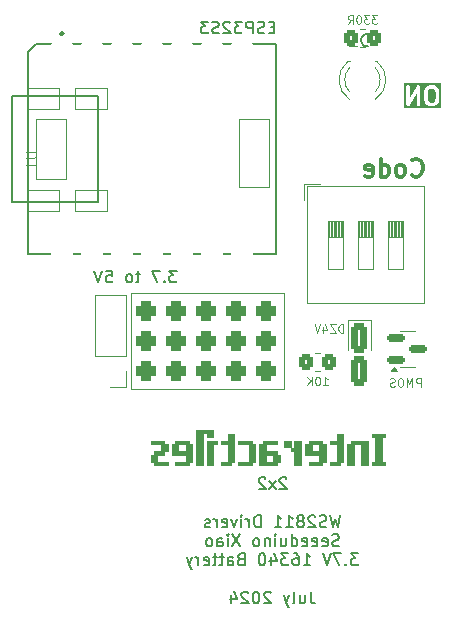
<source format=gbo>
G04 #@! TF.GenerationSoftware,KiCad,Pcbnew,8.0.1*
G04 #@! TF.CreationDate,2024-07-15T10:08:48+02:00*
G04 #@! TF.ProjectId,RGB 2x2 with WS2811,52474220-3278-4322-9077-697468205753,rev?*
G04 #@! TF.SameCoordinates,Original*
G04 #@! TF.FileFunction,Legend,Bot*
G04 #@! TF.FilePolarity,Positive*
%FSLAX46Y46*%
G04 Gerber Fmt 4.6, Leading zero omitted, Abs format (unit mm)*
G04 Created by KiCad (PCBNEW 8.0.1) date 2024-07-15 10:08:48*
%MOMM*%
%LPD*%
G01*
G04 APERTURE LIST*
G04 Aperture macros list*
%AMRoundRect*
0 Rectangle with rounded corners*
0 $1 Rounding radius*
0 $2 $3 $4 $5 $6 $7 $8 $9 X,Y pos of 4 corners*
0 Add a 4 corners polygon primitive as box body*
4,1,4,$2,$3,$4,$5,$6,$7,$8,$9,$2,$3,0*
0 Add four circle primitives for the rounded corners*
1,1,$1+$1,$2,$3*
1,1,$1+$1,$4,$5*
1,1,$1+$1,$6,$7*
1,1,$1+$1,$8,$9*
0 Add four rect primitives between the rounded corners*
20,1,$1+$1,$2,$3,$4,$5,0*
20,1,$1+$1,$4,$5,$6,$7,0*
20,1,$1+$1,$6,$7,$8,$9,0*
20,1,$1+$1,$8,$9,$2,$3,0*%
G04 Aperture macros list end*
%ADD10C,0.100000*%
%ADD11C,0.300000*%
%ADD12C,0.150000*%
%ADD13C,0.101600*%
%ADD14C,0.120000*%
%ADD15C,0.127000*%
%ADD16C,0.066040*%
%ADD17C,0.253999*%
%ADD18R,1.700000X1.700000*%
%ADD19O,1.700000X1.700000*%
%ADD20RoundRect,0.425000X0.425000X0.425000X-0.425000X0.425000X-0.425000X-0.425000X0.425000X-0.425000X0*%
%ADD21C,2.200000*%
%ADD22O,3.500000X2.200000*%
%ADD23O,2.500000X1.500000*%
%ADD24R,2.500000X1.500000*%
%ADD25C,1.800000*%
%ADD26C,3.500000*%
%ADD27C,2.600000*%
%ADD28RoundRect,0.150000X-0.587500X-0.150000X0.587500X-0.150000X0.587500X0.150000X-0.587500X0.150000X0*%
%ADD29O,1.998980X2.748280*%
%ADD30O,2.032000X1.016000*%
%ADD31C,1.143000*%
%ADD32RoundRect,0.250000X0.350000X0.450000X-0.350000X0.450000X-0.350000X-0.450000X0.350000X-0.450000X0*%
%ADD33R,1.600000X1.600000*%
%ADD34O,1.600000X1.600000*%
%ADD35RoundRect,0.304347X-0.395653X0.945653X-0.395653X-0.945653X0.395653X-0.945653X0.395653X0.945653X0*%
%ADD36R,1.800000X1.800000*%
G04 APERTURE END LIST*
D10*
X126747268Y-65898491D02*
X139701268Y-65898491D01*
X139701268Y-74026491D01*
X126747268Y-74026491D01*
X126747268Y-65898491D01*
D11*
X150481614Y-55904462D02*
X150553042Y-55975891D01*
X150553042Y-55975891D02*
X150767328Y-56047319D01*
X150767328Y-56047319D02*
X150910185Y-56047319D01*
X150910185Y-56047319D02*
X151124471Y-55975891D01*
X151124471Y-55975891D02*
X151267328Y-55833033D01*
X151267328Y-55833033D02*
X151338757Y-55690176D01*
X151338757Y-55690176D02*
X151410185Y-55404462D01*
X151410185Y-55404462D02*
X151410185Y-55190176D01*
X151410185Y-55190176D02*
X151338757Y-54904462D01*
X151338757Y-54904462D02*
X151267328Y-54761605D01*
X151267328Y-54761605D02*
X151124471Y-54618748D01*
X151124471Y-54618748D02*
X150910185Y-54547319D01*
X150910185Y-54547319D02*
X150767328Y-54547319D01*
X150767328Y-54547319D02*
X150553042Y-54618748D01*
X150553042Y-54618748D02*
X150481614Y-54690176D01*
X149624471Y-56047319D02*
X149767328Y-55975891D01*
X149767328Y-55975891D02*
X149838757Y-55904462D01*
X149838757Y-55904462D02*
X149910185Y-55761605D01*
X149910185Y-55761605D02*
X149910185Y-55333033D01*
X149910185Y-55333033D02*
X149838757Y-55190176D01*
X149838757Y-55190176D02*
X149767328Y-55118748D01*
X149767328Y-55118748D02*
X149624471Y-55047319D01*
X149624471Y-55047319D02*
X149410185Y-55047319D01*
X149410185Y-55047319D02*
X149267328Y-55118748D01*
X149267328Y-55118748D02*
X149195900Y-55190176D01*
X149195900Y-55190176D02*
X149124471Y-55333033D01*
X149124471Y-55333033D02*
X149124471Y-55761605D01*
X149124471Y-55761605D02*
X149195900Y-55904462D01*
X149195900Y-55904462D02*
X149267328Y-55975891D01*
X149267328Y-55975891D02*
X149410185Y-56047319D01*
X149410185Y-56047319D02*
X149624471Y-56047319D01*
X147838757Y-56047319D02*
X147838757Y-54547319D01*
X147838757Y-55975891D02*
X147981614Y-56047319D01*
X147981614Y-56047319D02*
X148267328Y-56047319D01*
X148267328Y-56047319D02*
X148410185Y-55975891D01*
X148410185Y-55975891D02*
X148481614Y-55904462D01*
X148481614Y-55904462D02*
X148553042Y-55761605D01*
X148553042Y-55761605D02*
X148553042Y-55333033D01*
X148553042Y-55333033D02*
X148481614Y-55190176D01*
X148481614Y-55190176D02*
X148410185Y-55118748D01*
X148410185Y-55118748D02*
X148267328Y-55047319D01*
X148267328Y-55047319D02*
X147981614Y-55047319D01*
X147981614Y-55047319D02*
X147838757Y-55118748D01*
X146553042Y-55975891D02*
X146695899Y-56047319D01*
X146695899Y-56047319D02*
X146981614Y-56047319D01*
X146981614Y-56047319D02*
X147124471Y-55975891D01*
X147124471Y-55975891D02*
X147195899Y-55833033D01*
X147195899Y-55833033D02*
X147195899Y-55261605D01*
X147195899Y-55261605D02*
X147124471Y-55118748D01*
X147124471Y-55118748D02*
X146981614Y-55047319D01*
X146981614Y-55047319D02*
X146695899Y-55047319D01*
X146695899Y-55047319D02*
X146553042Y-55118748D01*
X146553042Y-55118748D02*
X146481614Y-55261605D01*
X146481614Y-55261605D02*
X146481614Y-55404462D01*
X146481614Y-55404462D02*
X147195899Y-55547319D01*
D12*
X138856488Y-43400500D02*
X138523155Y-43400500D01*
X138380298Y-43924310D02*
X138856488Y-43924310D01*
X138856488Y-43924310D02*
X138856488Y-42924310D01*
X138856488Y-42924310D02*
X138380298Y-42924310D01*
X137999345Y-43876691D02*
X137856488Y-43924310D01*
X137856488Y-43924310D02*
X137618393Y-43924310D01*
X137618393Y-43924310D02*
X137523155Y-43876691D01*
X137523155Y-43876691D02*
X137475536Y-43829071D01*
X137475536Y-43829071D02*
X137427917Y-43733833D01*
X137427917Y-43733833D02*
X137427917Y-43638595D01*
X137427917Y-43638595D02*
X137475536Y-43543357D01*
X137475536Y-43543357D02*
X137523155Y-43495738D01*
X137523155Y-43495738D02*
X137618393Y-43448119D01*
X137618393Y-43448119D02*
X137808869Y-43400500D01*
X137808869Y-43400500D02*
X137904107Y-43352881D01*
X137904107Y-43352881D02*
X137951726Y-43305262D01*
X137951726Y-43305262D02*
X137999345Y-43210024D01*
X137999345Y-43210024D02*
X137999345Y-43114786D01*
X137999345Y-43114786D02*
X137951726Y-43019548D01*
X137951726Y-43019548D02*
X137904107Y-42971929D01*
X137904107Y-42971929D02*
X137808869Y-42924310D01*
X137808869Y-42924310D02*
X137570774Y-42924310D01*
X137570774Y-42924310D02*
X137427917Y-42971929D01*
X136999345Y-43924310D02*
X136999345Y-42924310D01*
X136999345Y-42924310D02*
X136618393Y-42924310D01*
X136618393Y-42924310D02*
X136523155Y-42971929D01*
X136523155Y-42971929D02*
X136475536Y-43019548D01*
X136475536Y-43019548D02*
X136427917Y-43114786D01*
X136427917Y-43114786D02*
X136427917Y-43257643D01*
X136427917Y-43257643D02*
X136475536Y-43352881D01*
X136475536Y-43352881D02*
X136523155Y-43400500D01*
X136523155Y-43400500D02*
X136618393Y-43448119D01*
X136618393Y-43448119D02*
X136999345Y-43448119D01*
X136094583Y-42924310D02*
X135475536Y-42924310D01*
X135475536Y-42924310D02*
X135808869Y-43305262D01*
X135808869Y-43305262D02*
X135666012Y-43305262D01*
X135666012Y-43305262D02*
X135570774Y-43352881D01*
X135570774Y-43352881D02*
X135523155Y-43400500D01*
X135523155Y-43400500D02*
X135475536Y-43495738D01*
X135475536Y-43495738D02*
X135475536Y-43733833D01*
X135475536Y-43733833D02*
X135523155Y-43829071D01*
X135523155Y-43829071D02*
X135570774Y-43876691D01*
X135570774Y-43876691D02*
X135666012Y-43924310D01*
X135666012Y-43924310D02*
X135951726Y-43924310D01*
X135951726Y-43924310D02*
X136046964Y-43876691D01*
X136046964Y-43876691D02*
X136094583Y-43829071D01*
X135094583Y-43019548D02*
X135046964Y-42971929D01*
X135046964Y-42971929D02*
X134951726Y-42924310D01*
X134951726Y-42924310D02*
X134713631Y-42924310D01*
X134713631Y-42924310D02*
X134618393Y-42971929D01*
X134618393Y-42971929D02*
X134570774Y-43019548D01*
X134570774Y-43019548D02*
X134523155Y-43114786D01*
X134523155Y-43114786D02*
X134523155Y-43210024D01*
X134523155Y-43210024D02*
X134570774Y-43352881D01*
X134570774Y-43352881D02*
X135142202Y-43924310D01*
X135142202Y-43924310D02*
X134523155Y-43924310D01*
X134142202Y-43876691D02*
X133999345Y-43924310D01*
X133999345Y-43924310D02*
X133761250Y-43924310D01*
X133761250Y-43924310D02*
X133666012Y-43876691D01*
X133666012Y-43876691D02*
X133618393Y-43829071D01*
X133618393Y-43829071D02*
X133570774Y-43733833D01*
X133570774Y-43733833D02*
X133570774Y-43638595D01*
X133570774Y-43638595D02*
X133618393Y-43543357D01*
X133618393Y-43543357D02*
X133666012Y-43495738D01*
X133666012Y-43495738D02*
X133761250Y-43448119D01*
X133761250Y-43448119D02*
X133951726Y-43400500D01*
X133951726Y-43400500D02*
X134046964Y-43352881D01*
X134046964Y-43352881D02*
X134094583Y-43305262D01*
X134094583Y-43305262D02*
X134142202Y-43210024D01*
X134142202Y-43210024D02*
X134142202Y-43114786D01*
X134142202Y-43114786D02*
X134094583Y-43019548D01*
X134094583Y-43019548D02*
X134046964Y-42971929D01*
X134046964Y-42971929D02*
X133951726Y-42924310D01*
X133951726Y-42924310D02*
X133713631Y-42924310D01*
X133713631Y-42924310D02*
X133570774Y-42971929D01*
X133237440Y-42924310D02*
X132618393Y-42924310D01*
X132618393Y-42924310D02*
X132951726Y-43305262D01*
X132951726Y-43305262D02*
X132808869Y-43305262D01*
X132808869Y-43305262D02*
X132713631Y-43352881D01*
X132713631Y-43352881D02*
X132666012Y-43400500D01*
X132666012Y-43400500D02*
X132618393Y-43495738D01*
X132618393Y-43495738D02*
X132618393Y-43733833D01*
X132618393Y-43733833D02*
X132666012Y-43829071D01*
X132666012Y-43829071D02*
X132713631Y-43876691D01*
X132713631Y-43876691D02*
X132808869Y-43924310D01*
X132808869Y-43924310D02*
X133094583Y-43924310D01*
X133094583Y-43924310D02*
X133189821Y-43876691D01*
X133189821Y-43876691D02*
X133237440Y-43829071D01*
D11*
G36*
X152373269Y-48641917D02*
G01*
X152472854Y-48739051D01*
X152530233Y-48960186D01*
X152532752Y-49422882D01*
X152476149Y-49658177D01*
X152382486Y-49754204D01*
X152291183Y-49801609D01*
X152076187Y-49803576D01*
X151987101Y-49760719D01*
X151887517Y-49663584D01*
X151830136Y-49442447D01*
X151827617Y-48979754D01*
X151884221Y-48744459D01*
X151977886Y-48648430D01*
X152069186Y-48601026D01*
X152284182Y-48599059D01*
X152373269Y-48641917D01*
G37*
G36*
X152996852Y-50267985D02*
G01*
X149863518Y-50267985D01*
X149863518Y-48451318D01*
X150030185Y-48451318D01*
X150032995Y-49942567D01*
X150030551Y-49961795D01*
X150033048Y-49970953D01*
X150033067Y-49980582D01*
X150040702Y-49999014D01*
X150045951Y-50018259D01*
X150051805Y-50025818D01*
X150055465Y-50034654D01*
X150069572Y-50048761D01*
X150081786Y-50064533D01*
X150090088Y-50069277D01*
X150096849Y-50076038D01*
X150115279Y-50083672D01*
X150132602Y-50093571D01*
X150142087Y-50094776D01*
X150150921Y-50098436D01*
X150170871Y-50098436D01*
X150190662Y-50100952D01*
X150199887Y-50098436D01*
X150209449Y-50098436D01*
X150227881Y-50090800D01*
X150247126Y-50085552D01*
X150254685Y-50079697D01*
X150263521Y-50076038D01*
X150277628Y-50061930D01*
X150293400Y-50049717D01*
X150302105Y-50037453D01*
X150304905Y-50034654D01*
X150306043Y-50031906D01*
X150310421Y-50025739D01*
X150888381Y-49010444D01*
X150890210Y-49980582D01*
X150912608Y-50034654D01*
X150953992Y-50076038D01*
X151008064Y-50098436D01*
X151066592Y-50098436D01*
X151120664Y-50076038D01*
X151162048Y-50034654D01*
X151184446Y-49980582D01*
X151187328Y-49951318D01*
X151185443Y-48951318D01*
X151530185Y-48951318D01*
X151532856Y-49441849D01*
X151530362Y-49458609D01*
X151533046Y-49476759D01*
X151533067Y-49480582D01*
X151533913Y-49482626D01*
X151534664Y-49487699D01*
X151604496Y-49756822D01*
X151604496Y-49766294D01*
X151611075Y-49782179D01*
X151615986Y-49801103D01*
X151622625Y-49810063D01*
X151626893Y-49820367D01*
X151645548Y-49843098D01*
X151790137Y-49984129D01*
X151802504Y-49998389D01*
X151808854Y-50002386D01*
X151811135Y-50004611D01*
X151814798Y-50006128D01*
X151827389Y-50014054D01*
X151951914Y-50073960D01*
X151953992Y-50076038D01*
X151970114Y-50082716D01*
X151997710Y-50095992D01*
X152003085Y-50096373D01*
X152008064Y-50098436D01*
X152037328Y-50101318D01*
X152300587Y-50098909D01*
X152304280Y-50100140D01*
X152324708Y-50098688D01*
X152352306Y-50098436D01*
X152357284Y-50096373D01*
X152362660Y-50095992D01*
X152390123Y-50085482D01*
X152532657Y-50011477D01*
X152549236Y-50004611D01*
X152555009Y-49999872D01*
X152557867Y-49998389D01*
X152560460Y-49995399D01*
X152571966Y-49985956D01*
X152701967Y-49852673D01*
X152709541Y-49848129D01*
X152719470Y-49834728D01*
X152733478Y-49820367D01*
X152737745Y-49810063D01*
X152744385Y-49801103D01*
X152754278Y-49773412D01*
X152821146Y-49495443D01*
X152827303Y-49480582D01*
X152829091Y-49462416D01*
X152830008Y-49458609D01*
X152829682Y-49456421D01*
X152830185Y-49451318D01*
X152827513Y-48960786D01*
X152830008Y-48944027D01*
X152827323Y-48925877D01*
X152827303Y-48922054D01*
X152826455Y-48920009D01*
X152825706Y-48914938D01*
X152755875Y-48645814D01*
X152755875Y-48636341D01*
X152749294Y-48620453D01*
X152744385Y-48601533D01*
X152737746Y-48592573D01*
X152733478Y-48582268D01*
X152714823Y-48559538D01*
X152570242Y-48418516D01*
X152557868Y-48404248D01*
X152551512Y-48400247D01*
X152549235Y-48398026D01*
X152545575Y-48396510D01*
X152532982Y-48388583D01*
X152408454Y-48328674D01*
X152406378Y-48326598D01*
X152390260Y-48319921D01*
X152362661Y-48306644D01*
X152357283Y-48306261D01*
X152352306Y-48304200D01*
X152323042Y-48301318D01*
X152059781Y-48303726D01*
X152056089Y-48302496D01*
X152035665Y-48303947D01*
X152008064Y-48304200D01*
X152003083Y-48306263D01*
X151997709Y-48306645D01*
X151970245Y-48317154D01*
X151827705Y-48391162D01*
X151811135Y-48398026D01*
X151805363Y-48402762D01*
X151802503Y-48404248D01*
X151799907Y-48407240D01*
X151788405Y-48416681D01*
X151658404Y-48549962D01*
X151650830Y-48554507D01*
X151640900Y-48567907D01*
X151626893Y-48582269D01*
X151622625Y-48592572D01*
X151615986Y-48601533D01*
X151606093Y-48629224D01*
X151539223Y-48907191D01*
X151533067Y-48922054D01*
X151531278Y-48940219D01*
X151530362Y-48944027D01*
X151530687Y-48946214D01*
X151530185Y-48951318D01*
X151185443Y-48951318D01*
X151184517Y-48460067D01*
X151186962Y-48440840D01*
X151184464Y-48431681D01*
X151184446Y-48422054D01*
X151176810Y-48403621D01*
X151171562Y-48384377D01*
X151165707Y-48376817D01*
X151162048Y-48367982D01*
X151147940Y-48353874D01*
X151135727Y-48338103D01*
X151127424Y-48333358D01*
X151120664Y-48326598D01*
X151102233Y-48318963D01*
X151084911Y-48309065D01*
X151075425Y-48307859D01*
X151066592Y-48304200D01*
X151046642Y-48304200D01*
X151026851Y-48301684D01*
X151017626Y-48304200D01*
X151008064Y-48304200D01*
X150989635Y-48311833D01*
X150970387Y-48317083D01*
X150962825Y-48322939D01*
X150953992Y-48326598D01*
X150939886Y-48340703D01*
X150924113Y-48352919D01*
X150915407Y-48365182D01*
X150912608Y-48367982D01*
X150911469Y-48370729D01*
X150907092Y-48376897D01*
X150329131Y-49392190D01*
X150327303Y-48422054D01*
X150304905Y-48367982D01*
X150263521Y-48326598D01*
X150209449Y-48304200D01*
X150150921Y-48304200D01*
X150096849Y-48326598D01*
X150055465Y-48367982D01*
X150033067Y-48422054D01*
X150030185Y-48451318D01*
X149863518Y-48451318D01*
X149863518Y-48134651D01*
X152996852Y-48134651D01*
X152996852Y-50267985D01*
G37*
D12*
X139851934Y-81619884D02*
X139804315Y-81572265D01*
X139804315Y-81572265D02*
X139709077Y-81524646D01*
X139709077Y-81524646D02*
X139470982Y-81524646D01*
X139470982Y-81524646D02*
X139375744Y-81572265D01*
X139375744Y-81572265D02*
X139328125Y-81619884D01*
X139328125Y-81619884D02*
X139280506Y-81715122D01*
X139280506Y-81715122D02*
X139280506Y-81810360D01*
X139280506Y-81810360D02*
X139328125Y-81953217D01*
X139328125Y-81953217D02*
X139899553Y-82524646D01*
X139899553Y-82524646D02*
X139280506Y-82524646D01*
X138947172Y-82524646D02*
X138423363Y-81857979D01*
X138947172Y-81857979D02*
X138423363Y-82524646D01*
X138090029Y-81619884D02*
X138042410Y-81572265D01*
X138042410Y-81572265D02*
X137947172Y-81524646D01*
X137947172Y-81524646D02*
X137709077Y-81524646D01*
X137709077Y-81524646D02*
X137613839Y-81572265D01*
X137613839Y-81572265D02*
X137566220Y-81619884D01*
X137566220Y-81619884D02*
X137518601Y-81715122D01*
X137518601Y-81715122D02*
X137518601Y-81810360D01*
X137518601Y-81810360D02*
X137566220Y-81953217D01*
X137566220Y-81953217D02*
X138137648Y-82524646D01*
X138137648Y-82524646D02*
X137518601Y-82524646D01*
X144447172Y-84744534D02*
X144209077Y-85744534D01*
X144209077Y-85744534D02*
X144018601Y-85030248D01*
X144018601Y-85030248D02*
X143828125Y-85744534D01*
X143828125Y-85744534D02*
X143590030Y-84744534D01*
X143256696Y-85696915D02*
X143113839Y-85744534D01*
X143113839Y-85744534D02*
X142875744Y-85744534D01*
X142875744Y-85744534D02*
X142780506Y-85696915D01*
X142780506Y-85696915D02*
X142732887Y-85649295D01*
X142732887Y-85649295D02*
X142685268Y-85554057D01*
X142685268Y-85554057D02*
X142685268Y-85458819D01*
X142685268Y-85458819D02*
X142732887Y-85363581D01*
X142732887Y-85363581D02*
X142780506Y-85315962D01*
X142780506Y-85315962D02*
X142875744Y-85268343D01*
X142875744Y-85268343D02*
X143066220Y-85220724D01*
X143066220Y-85220724D02*
X143161458Y-85173105D01*
X143161458Y-85173105D02*
X143209077Y-85125486D01*
X143209077Y-85125486D02*
X143256696Y-85030248D01*
X143256696Y-85030248D02*
X143256696Y-84935010D01*
X143256696Y-84935010D02*
X143209077Y-84839772D01*
X143209077Y-84839772D02*
X143161458Y-84792153D01*
X143161458Y-84792153D02*
X143066220Y-84744534D01*
X143066220Y-84744534D02*
X142828125Y-84744534D01*
X142828125Y-84744534D02*
X142685268Y-84792153D01*
X142304315Y-84839772D02*
X142256696Y-84792153D01*
X142256696Y-84792153D02*
X142161458Y-84744534D01*
X142161458Y-84744534D02*
X141923363Y-84744534D01*
X141923363Y-84744534D02*
X141828125Y-84792153D01*
X141828125Y-84792153D02*
X141780506Y-84839772D01*
X141780506Y-84839772D02*
X141732887Y-84935010D01*
X141732887Y-84935010D02*
X141732887Y-85030248D01*
X141732887Y-85030248D02*
X141780506Y-85173105D01*
X141780506Y-85173105D02*
X142351934Y-85744534D01*
X142351934Y-85744534D02*
X141732887Y-85744534D01*
X141161458Y-85173105D02*
X141256696Y-85125486D01*
X141256696Y-85125486D02*
X141304315Y-85077867D01*
X141304315Y-85077867D02*
X141351934Y-84982629D01*
X141351934Y-84982629D02*
X141351934Y-84935010D01*
X141351934Y-84935010D02*
X141304315Y-84839772D01*
X141304315Y-84839772D02*
X141256696Y-84792153D01*
X141256696Y-84792153D02*
X141161458Y-84744534D01*
X141161458Y-84744534D02*
X140970982Y-84744534D01*
X140970982Y-84744534D02*
X140875744Y-84792153D01*
X140875744Y-84792153D02*
X140828125Y-84839772D01*
X140828125Y-84839772D02*
X140780506Y-84935010D01*
X140780506Y-84935010D02*
X140780506Y-84982629D01*
X140780506Y-84982629D02*
X140828125Y-85077867D01*
X140828125Y-85077867D02*
X140875744Y-85125486D01*
X140875744Y-85125486D02*
X140970982Y-85173105D01*
X140970982Y-85173105D02*
X141161458Y-85173105D01*
X141161458Y-85173105D02*
X141256696Y-85220724D01*
X141256696Y-85220724D02*
X141304315Y-85268343D01*
X141304315Y-85268343D02*
X141351934Y-85363581D01*
X141351934Y-85363581D02*
X141351934Y-85554057D01*
X141351934Y-85554057D02*
X141304315Y-85649295D01*
X141304315Y-85649295D02*
X141256696Y-85696915D01*
X141256696Y-85696915D02*
X141161458Y-85744534D01*
X141161458Y-85744534D02*
X140970982Y-85744534D01*
X140970982Y-85744534D02*
X140875744Y-85696915D01*
X140875744Y-85696915D02*
X140828125Y-85649295D01*
X140828125Y-85649295D02*
X140780506Y-85554057D01*
X140780506Y-85554057D02*
X140780506Y-85363581D01*
X140780506Y-85363581D02*
X140828125Y-85268343D01*
X140828125Y-85268343D02*
X140875744Y-85220724D01*
X140875744Y-85220724D02*
X140970982Y-85173105D01*
X139828125Y-85744534D02*
X140399553Y-85744534D01*
X140113839Y-85744534D02*
X140113839Y-84744534D01*
X140113839Y-84744534D02*
X140209077Y-84887391D01*
X140209077Y-84887391D02*
X140304315Y-84982629D01*
X140304315Y-84982629D02*
X140399553Y-85030248D01*
X138875744Y-85744534D02*
X139447172Y-85744534D01*
X139161458Y-85744534D02*
X139161458Y-84744534D01*
X139161458Y-84744534D02*
X139256696Y-84887391D01*
X139256696Y-84887391D02*
X139351934Y-84982629D01*
X139351934Y-84982629D02*
X139447172Y-85030248D01*
X137685267Y-85744534D02*
X137685267Y-84744534D01*
X137685267Y-84744534D02*
X137447172Y-84744534D01*
X137447172Y-84744534D02*
X137304315Y-84792153D01*
X137304315Y-84792153D02*
X137209077Y-84887391D01*
X137209077Y-84887391D02*
X137161458Y-84982629D01*
X137161458Y-84982629D02*
X137113839Y-85173105D01*
X137113839Y-85173105D02*
X137113839Y-85315962D01*
X137113839Y-85315962D02*
X137161458Y-85506438D01*
X137161458Y-85506438D02*
X137209077Y-85601676D01*
X137209077Y-85601676D02*
X137304315Y-85696915D01*
X137304315Y-85696915D02*
X137447172Y-85744534D01*
X137447172Y-85744534D02*
X137685267Y-85744534D01*
X136685267Y-85744534D02*
X136685267Y-85077867D01*
X136685267Y-85268343D02*
X136637648Y-85173105D01*
X136637648Y-85173105D02*
X136590029Y-85125486D01*
X136590029Y-85125486D02*
X136494791Y-85077867D01*
X136494791Y-85077867D02*
X136399553Y-85077867D01*
X136066219Y-85744534D02*
X136066219Y-85077867D01*
X136066219Y-84744534D02*
X136113838Y-84792153D01*
X136113838Y-84792153D02*
X136066219Y-84839772D01*
X136066219Y-84839772D02*
X136018600Y-84792153D01*
X136018600Y-84792153D02*
X136066219Y-84744534D01*
X136066219Y-84744534D02*
X136066219Y-84839772D01*
X135685267Y-85077867D02*
X135447172Y-85744534D01*
X135447172Y-85744534D02*
X135209077Y-85077867D01*
X134447172Y-85696915D02*
X134542410Y-85744534D01*
X134542410Y-85744534D02*
X134732886Y-85744534D01*
X134732886Y-85744534D02*
X134828124Y-85696915D01*
X134828124Y-85696915D02*
X134875743Y-85601676D01*
X134875743Y-85601676D02*
X134875743Y-85220724D01*
X134875743Y-85220724D02*
X134828124Y-85125486D01*
X134828124Y-85125486D02*
X134732886Y-85077867D01*
X134732886Y-85077867D02*
X134542410Y-85077867D01*
X134542410Y-85077867D02*
X134447172Y-85125486D01*
X134447172Y-85125486D02*
X134399553Y-85220724D01*
X134399553Y-85220724D02*
X134399553Y-85315962D01*
X134399553Y-85315962D02*
X134875743Y-85411200D01*
X133970981Y-85744534D02*
X133970981Y-85077867D01*
X133970981Y-85268343D02*
X133923362Y-85173105D01*
X133923362Y-85173105D02*
X133875743Y-85125486D01*
X133875743Y-85125486D02*
X133780505Y-85077867D01*
X133780505Y-85077867D02*
X133685267Y-85077867D01*
X133399552Y-85696915D02*
X133304314Y-85744534D01*
X133304314Y-85744534D02*
X133113838Y-85744534D01*
X133113838Y-85744534D02*
X133018600Y-85696915D01*
X133018600Y-85696915D02*
X132970981Y-85601676D01*
X132970981Y-85601676D02*
X132970981Y-85554057D01*
X132970981Y-85554057D02*
X133018600Y-85458819D01*
X133018600Y-85458819D02*
X133113838Y-85411200D01*
X133113838Y-85411200D02*
X133256695Y-85411200D01*
X133256695Y-85411200D02*
X133351933Y-85363581D01*
X133351933Y-85363581D02*
X133399552Y-85268343D01*
X133399552Y-85268343D02*
X133399552Y-85220724D01*
X133399552Y-85220724D02*
X133351933Y-85125486D01*
X133351933Y-85125486D02*
X133256695Y-85077867D01*
X133256695Y-85077867D02*
X133113838Y-85077867D01*
X133113838Y-85077867D02*
X133018600Y-85125486D01*
X144304315Y-87306859D02*
X144161458Y-87354478D01*
X144161458Y-87354478D02*
X143923363Y-87354478D01*
X143923363Y-87354478D02*
X143828125Y-87306859D01*
X143828125Y-87306859D02*
X143780506Y-87259239D01*
X143780506Y-87259239D02*
X143732887Y-87164001D01*
X143732887Y-87164001D02*
X143732887Y-87068763D01*
X143732887Y-87068763D02*
X143780506Y-86973525D01*
X143780506Y-86973525D02*
X143828125Y-86925906D01*
X143828125Y-86925906D02*
X143923363Y-86878287D01*
X143923363Y-86878287D02*
X144113839Y-86830668D01*
X144113839Y-86830668D02*
X144209077Y-86783049D01*
X144209077Y-86783049D02*
X144256696Y-86735430D01*
X144256696Y-86735430D02*
X144304315Y-86640192D01*
X144304315Y-86640192D02*
X144304315Y-86544954D01*
X144304315Y-86544954D02*
X144256696Y-86449716D01*
X144256696Y-86449716D02*
X144209077Y-86402097D01*
X144209077Y-86402097D02*
X144113839Y-86354478D01*
X144113839Y-86354478D02*
X143875744Y-86354478D01*
X143875744Y-86354478D02*
X143732887Y-86402097D01*
X142923363Y-87306859D02*
X143018601Y-87354478D01*
X143018601Y-87354478D02*
X143209077Y-87354478D01*
X143209077Y-87354478D02*
X143304315Y-87306859D01*
X143304315Y-87306859D02*
X143351934Y-87211620D01*
X143351934Y-87211620D02*
X143351934Y-86830668D01*
X143351934Y-86830668D02*
X143304315Y-86735430D01*
X143304315Y-86735430D02*
X143209077Y-86687811D01*
X143209077Y-86687811D02*
X143018601Y-86687811D01*
X143018601Y-86687811D02*
X142923363Y-86735430D01*
X142923363Y-86735430D02*
X142875744Y-86830668D01*
X142875744Y-86830668D02*
X142875744Y-86925906D01*
X142875744Y-86925906D02*
X143351934Y-87021144D01*
X142066220Y-87306859D02*
X142161458Y-87354478D01*
X142161458Y-87354478D02*
X142351934Y-87354478D01*
X142351934Y-87354478D02*
X142447172Y-87306859D01*
X142447172Y-87306859D02*
X142494791Y-87211620D01*
X142494791Y-87211620D02*
X142494791Y-86830668D01*
X142494791Y-86830668D02*
X142447172Y-86735430D01*
X142447172Y-86735430D02*
X142351934Y-86687811D01*
X142351934Y-86687811D02*
X142161458Y-86687811D01*
X142161458Y-86687811D02*
X142066220Y-86735430D01*
X142066220Y-86735430D02*
X142018601Y-86830668D01*
X142018601Y-86830668D02*
X142018601Y-86925906D01*
X142018601Y-86925906D02*
X142494791Y-87021144D01*
X141209077Y-87306859D02*
X141304315Y-87354478D01*
X141304315Y-87354478D02*
X141494791Y-87354478D01*
X141494791Y-87354478D02*
X141590029Y-87306859D01*
X141590029Y-87306859D02*
X141637648Y-87211620D01*
X141637648Y-87211620D02*
X141637648Y-86830668D01*
X141637648Y-86830668D02*
X141590029Y-86735430D01*
X141590029Y-86735430D02*
X141494791Y-86687811D01*
X141494791Y-86687811D02*
X141304315Y-86687811D01*
X141304315Y-86687811D02*
X141209077Y-86735430D01*
X141209077Y-86735430D02*
X141161458Y-86830668D01*
X141161458Y-86830668D02*
X141161458Y-86925906D01*
X141161458Y-86925906D02*
X141637648Y-87021144D01*
X140304315Y-87354478D02*
X140304315Y-86354478D01*
X140304315Y-87306859D02*
X140399553Y-87354478D01*
X140399553Y-87354478D02*
X140590029Y-87354478D01*
X140590029Y-87354478D02*
X140685267Y-87306859D01*
X140685267Y-87306859D02*
X140732886Y-87259239D01*
X140732886Y-87259239D02*
X140780505Y-87164001D01*
X140780505Y-87164001D02*
X140780505Y-86878287D01*
X140780505Y-86878287D02*
X140732886Y-86783049D01*
X140732886Y-86783049D02*
X140685267Y-86735430D01*
X140685267Y-86735430D02*
X140590029Y-86687811D01*
X140590029Y-86687811D02*
X140399553Y-86687811D01*
X140399553Y-86687811D02*
X140304315Y-86735430D01*
X139399553Y-86687811D02*
X139399553Y-87354478D01*
X139828124Y-86687811D02*
X139828124Y-87211620D01*
X139828124Y-87211620D02*
X139780505Y-87306859D01*
X139780505Y-87306859D02*
X139685267Y-87354478D01*
X139685267Y-87354478D02*
X139542410Y-87354478D01*
X139542410Y-87354478D02*
X139447172Y-87306859D01*
X139447172Y-87306859D02*
X139399553Y-87259239D01*
X138923362Y-87354478D02*
X138923362Y-86687811D01*
X138923362Y-86354478D02*
X138970981Y-86402097D01*
X138970981Y-86402097D02*
X138923362Y-86449716D01*
X138923362Y-86449716D02*
X138875743Y-86402097D01*
X138875743Y-86402097D02*
X138923362Y-86354478D01*
X138923362Y-86354478D02*
X138923362Y-86449716D01*
X138447172Y-86687811D02*
X138447172Y-87354478D01*
X138447172Y-86783049D02*
X138399553Y-86735430D01*
X138399553Y-86735430D02*
X138304315Y-86687811D01*
X138304315Y-86687811D02*
X138161458Y-86687811D01*
X138161458Y-86687811D02*
X138066220Y-86735430D01*
X138066220Y-86735430D02*
X138018601Y-86830668D01*
X138018601Y-86830668D02*
X138018601Y-87354478D01*
X137399553Y-87354478D02*
X137494791Y-87306859D01*
X137494791Y-87306859D02*
X137542410Y-87259239D01*
X137542410Y-87259239D02*
X137590029Y-87164001D01*
X137590029Y-87164001D02*
X137590029Y-86878287D01*
X137590029Y-86878287D02*
X137542410Y-86783049D01*
X137542410Y-86783049D02*
X137494791Y-86735430D01*
X137494791Y-86735430D02*
X137399553Y-86687811D01*
X137399553Y-86687811D02*
X137256696Y-86687811D01*
X137256696Y-86687811D02*
X137161458Y-86735430D01*
X137161458Y-86735430D02*
X137113839Y-86783049D01*
X137113839Y-86783049D02*
X137066220Y-86878287D01*
X137066220Y-86878287D02*
X137066220Y-87164001D01*
X137066220Y-87164001D02*
X137113839Y-87259239D01*
X137113839Y-87259239D02*
X137161458Y-87306859D01*
X137161458Y-87306859D02*
X137256696Y-87354478D01*
X137256696Y-87354478D02*
X137399553Y-87354478D01*
X135970981Y-86354478D02*
X135304315Y-87354478D01*
X135304315Y-86354478D02*
X135970981Y-87354478D01*
X134923362Y-87354478D02*
X134923362Y-86687811D01*
X134923362Y-86354478D02*
X134970981Y-86402097D01*
X134970981Y-86402097D02*
X134923362Y-86449716D01*
X134923362Y-86449716D02*
X134875743Y-86402097D01*
X134875743Y-86402097D02*
X134923362Y-86354478D01*
X134923362Y-86354478D02*
X134923362Y-86449716D01*
X134018601Y-87354478D02*
X134018601Y-86830668D01*
X134018601Y-86830668D02*
X134066220Y-86735430D01*
X134066220Y-86735430D02*
X134161458Y-86687811D01*
X134161458Y-86687811D02*
X134351934Y-86687811D01*
X134351934Y-86687811D02*
X134447172Y-86735430D01*
X134018601Y-87306859D02*
X134113839Y-87354478D01*
X134113839Y-87354478D02*
X134351934Y-87354478D01*
X134351934Y-87354478D02*
X134447172Y-87306859D01*
X134447172Y-87306859D02*
X134494791Y-87211620D01*
X134494791Y-87211620D02*
X134494791Y-87116382D01*
X134494791Y-87116382D02*
X134447172Y-87021144D01*
X134447172Y-87021144D02*
X134351934Y-86973525D01*
X134351934Y-86973525D02*
X134113839Y-86973525D01*
X134113839Y-86973525D02*
X134018601Y-86925906D01*
X133399553Y-87354478D02*
X133494791Y-87306859D01*
X133494791Y-87306859D02*
X133542410Y-87259239D01*
X133542410Y-87259239D02*
X133590029Y-87164001D01*
X133590029Y-87164001D02*
X133590029Y-86878287D01*
X133590029Y-86878287D02*
X133542410Y-86783049D01*
X133542410Y-86783049D02*
X133494791Y-86735430D01*
X133494791Y-86735430D02*
X133399553Y-86687811D01*
X133399553Y-86687811D02*
X133256696Y-86687811D01*
X133256696Y-86687811D02*
X133161458Y-86735430D01*
X133161458Y-86735430D02*
X133113839Y-86783049D01*
X133113839Y-86783049D02*
X133066220Y-86878287D01*
X133066220Y-86878287D02*
X133066220Y-87164001D01*
X133066220Y-87164001D02*
X133113839Y-87259239D01*
X133113839Y-87259239D02*
X133161458Y-87306859D01*
X133161458Y-87306859D02*
X133256696Y-87354478D01*
X133256696Y-87354478D02*
X133399553Y-87354478D01*
X145947173Y-87964422D02*
X145328126Y-87964422D01*
X145328126Y-87964422D02*
X145661459Y-88345374D01*
X145661459Y-88345374D02*
X145518602Y-88345374D01*
X145518602Y-88345374D02*
X145423364Y-88392993D01*
X145423364Y-88392993D02*
X145375745Y-88440612D01*
X145375745Y-88440612D02*
X145328126Y-88535850D01*
X145328126Y-88535850D02*
X145328126Y-88773945D01*
X145328126Y-88773945D02*
X145375745Y-88869183D01*
X145375745Y-88869183D02*
X145423364Y-88916803D01*
X145423364Y-88916803D02*
X145518602Y-88964422D01*
X145518602Y-88964422D02*
X145804316Y-88964422D01*
X145804316Y-88964422D02*
X145899554Y-88916803D01*
X145899554Y-88916803D02*
X145947173Y-88869183D01*
X144899554Y-88869183D02*
X144851935Y-88916803D01*
X144851935Y-88916803D02*
X144899554Y-88964422D01*
X144899554Y-88964422D02*
X144947173Y-88916803D01*
X144947173Y-88916803D02*
X144899554Y-88869183D01*
X144899554Y-88869183D02*
X144899554Y-88964422D01*
X144518602Y-87964422D02*
X143851936Y-87964422D01*
X143851936Y-87964422D02*
X144280507Y-88964422D01*
X143613840Y-87964422D02*
X143280507Y-88964422D01*
X143280507Y-88964422D02*
X142947174Y-87964422D01*
X141328126Y-88964422D02*
X141899554Y-88964422D01*
X141613840Y-88964422D02*
X141613840Y-87964422D01*
X141613840Y-87964422D02*
X141709078Y-88107279D01*
X141709078Y-88107279D02*
X141804316Y-88202517D01*
X141804316Y-88202517D02*
X141899554Y-88250136D01*
X140470983Y-87964422D02*
X140661459Y-87964422D01*
X140661459Y-87964422D02*
X140756697Y-88012041D01*
X140756697Y-88012041D02*
X140804316Y-88059660D01*
X140804316Y-88059660D02*
X140899554Y-88202517D01*
X140899554Y-88202517D02*
X140947173Y-88392993D01*
X140947173Y-88392993D02*
X140947173Y-88773945D01*
X140947173Y-88773945D02*
X140899554Y-88869183D01*
X140899554Y-88869183D02*
X140851935Y-88916803D01*
X140851935Y-88916803D02*
X140756697Y-88964422D01*
X140756697Y-88964422D02*
X140566221Y-88964422D01*
X140566221Y-88964422D02*
X140470983Y-88916803D01*
X140470983Y-88916803D02*
X140423364Y-88869183D01*
X140423364Y-88869183D02*
X140375745Y-88773945D01*
X140375745Y-88773945D02*
X140375745Y-88535850D01*
X140375745Y-88535850D02*
X140423364Y-88440612D01*
X140423364Y-88440612D02*
X140470983Y-88392993D01*
X140470983Y-88392993D02*
X140566221Y-88345374D01*
X140566221Y-88345374D02*
X140756697Y-88345374D01*
X140756697Y-88345374D02*
X140851935Y-88392993D01*
X140851935Y-88392993D02*
X140899554Y-88440612D01*
X140899554Y-88440612D02*
X140947173Y-88535850D01*
X140042411Y-87964422D02*
X139423364Y-87964422D01*
X139423364Y-87964422D02*
X139756697Y-88345374D01*
X139756697Y-88345374D02*
X139613840Y-88345374D01*
X139613840Y-88345374D02*
X139518602Y-88392993D01*
X139518602Y-88392993D02*
X139470983Y-88440612D01*
X139470983Y-88440612D02*
X139423364Y-88535850D01*
X139423364Y-88535850D02*
X139423364Y-88773945D01*
X139423364Y-88773945D02*
X139470983Y-88869183D01*
X139470983Y-88869183D02*
X139518602Y-88916803D01*
X139518602Y-88916803D02*
X139613840Y-88964422D01*
X139613840Y-88964422D02*
X139899554Y-88964422D01*
X139899554Y-88964422D02*
X139994792Y-88916803D01*
X139994792Y-88916803D02*
X140042411Y-88869183D01*
X138566221Y-88297755D02*
X138566221Y-88964422D01*
X138804316Y-87916803D02*
X139042411Y-88631088D01*
X139042411Y-88631088D02*
X138423364Y-88631088D01*
X137851935Y-87964422D02*
X137756697Y-87964422D01*
X137756697Y-87964422D02*
X137661459Y-88012041D01*
X137661459Y-88012041D02*
X137613840Y-88059660D01*
X137613840Y-88059660D02*
X137566221Y-88154898D01*
X137566221Y-88154898D02*
X137518602Y-88345374D01*
X137518602Y-88345374D02*
X137518602Y-88583469D01*
X137518602Y-88583469D02*
X137566221Y-88773945D01*
X137566221Y-88773945D02*
X137613840Y-88869183D01*
X137613840Y-88869183D02*
X137661459Y-88916803D01*
X137661459Y-88916803D02*
X137756697Y-88964422D01*
X137756697Y-88964422D02*
X137851935Y-88964422D01*
X137851935Y-88964422D02*
X137947173Y-88916803D01*
X137947173Y-88916803D02*
X137994792Y-88869183D01*
X137994792Y-88869183D02*
X138042411Y-88773945D01*
X138042411Y-88773945D02*
X138090030Y-88583469D01*
X138090030Y-88583469D02*
X138090030Y-88345374D01*
X138090030Y-88345374D02*
X138042411Y-88154898D01*
X138042411Y-88154898D02*
X137994792Y-88059660D01*
X137994792Y-88059660D02*
X137947173Y-88012041D01*
X137947173Y-88012041D02*
X137851935Y-87964422D01*
X135994792Y-88440612D02*
X135851935Y-88488231D01*
X135851935Y-88488231D02*
X135804316Y-88535850D01*
X135804316Y-88535850D02*
X135756697Y-88631088D01*
X135756697Y-88631088D02*
X135756697Y-88773945D01*
X135756697Y-88773945D02*
X135804316Y-88869183D01*
X135804316Y-88869183D02*
X135851935Y-88916803D01*
X135851935Y-88916803D02*
X135947173Y-88964422D01*
X135947173Y-88964422D02*
X136328125Y-88964422D01*
X136328125Y-88964422D02*
X136328125Y-87964422D01*
X136328125Y-87964422D02*
X135994792Y-87964422D01*
X135994792Y-87964422D02*
X135899554Y-88012041D01*
X135899554Y-88012041D02*
X135851935Y-88059660D01*
X135851935Y-88059660D02*
X135804316Y-88154898D01*
X135804316Y-88154898D02*
X135804316Y-88250136D01*
X135804316Y-88250136D02*
X135851935Y-88345374D01*
X135851935Y-88345374D02*
X135899554Y-88392993D01*
X135899554Y-88392993D02*
X135994792Y-88440612D01*
X135994792Y-88440612D02*
X136328125Y-88440612D01*
X134899554Y-88964422D02*
X134899554Y-88440612D01*
X134899554Y-88440612D02*
X134947173Y-88345374D01*
X134947173Y-88345374D02*
X135042411Y-88297755D01*
X135042411Y-88297755D02*
X135232887Y-88297755D01*
X135232887Y-88297755D02*
X135328125Y-88345374D01*
X134899554Y-88916803D02*
X134994792Y-88964422D01*
X134994792Y-88964422D02*
X135232887Y-88964422D01*
X135232887Y-88964422D02*
X135328125Y-88916803D01*
X135328125Y-88916803D02*
X135375744Y-88821564D01*
X135375744Y-88821564D02*
X135375744Y-88726326D01*
X135375744Y-88726326D02*
X135328125Y-88631088D01*
X135328125Y-88631088D02*
X135232887Y-88583469D01*
X135232887Y-88583469D02*
X134994792Y-88583469D01*
X134994792Y-88583469D02*
X134899554Y-88535850D01*
X134566220Y-88297755D02*
X134185268Y-88297755D01*
X134423363Y-87964422D02*
X134423363Y-88821564D01*
X134423363Y-88821564D02*
X134375744Y-88916803D01*
X134375744Y-88916803D02*
X134280506Y-88964422D01*
X134280506Y-88964422D02*
X134185268Y-88964422D01*
X133994791Y-88297755D02*
X133613839Y-88297755D01*
X133851934Y-87964422D02*
X133851934Y-88821564D01*
X133851934Y-88821564D02*
X133804315Y-88916803D01*
X133804315Y-88916803D02*
X133709077Y-88964422D01*
X133709077Y-88964422D02*
X133613839Y-88964422D01*
X132899553Y-88916803D02*
X132994791Y-88964422D01*
X132994791Y-88964422D02*
X133185267Y-88964422D01*
X133185267Y-88964422D02*
X133280505Y-88916803D01*
X133280505Y-88916803D02*
X133328124Y-88821564D01*
X133328124Y-88821564D02*
X133328124Y-88440612D01*
X133328124Y-88440612D02*
X133280505Y-88345374D01*
X133280505Y-88345374D02*
X133185267Y-88297755D01*
X133185267Y-88297755D02*
X132994791Y-88297755D01*
X132994791Y-88297755D02*
X132899553Y-88345374D01*
X132899553Y-88345374D02*
X132851934Y-88440612D01*
X132851934Y-88440612D02*
X132851934Y-88535850D01*
X132851934Y-88535850D02*
X133328124Y-88631088D01*
X132423362Y-88964422D02*
X132423362Y-88297755D01*
X132423362Y-88488231D02*
X132375743Y-88392993D01*
X132375743Y-88392993D02*
X132328124Y-88345374D01*
X132328124Y-88345374D02*
X132232886Y-88297755D01*
X132232886Y-88297755D02*
X132137648Y-88297755D01*
X131899552Y-88297755D02*
X131661457Y-88964422D01*
X131423362Y-88297755D02*
X131661457Y-88964422D01*
X131661457Y-88964422D02*
X131756695Y-89202517D01*
X131756695Y-89202517D02*
X131804314Y-89250136D01*
X131804314Y-89250136D02*
X131899552Y-89297755D01*
X141923363Y-91184310D02*
X141923363Y-91898595D01*
X141923363Y-91898595D02*
X141970982Y-92041452D01*
X141970982Y-92041452D02*
X142066220Y-92136691D01*
X142066220Y-92136691D02*
X142209077Y-92184310D01*
X142209077Y-92184310D02*
X142304315Y-92184310D01*
X141018601Y-91517643D02*
X141018601Y-92184310D01*
X141447172Y-91517643D02*
X141447172Y-92041452D01*
X141447172Y-92041452D02*
X141399553Y-92136691D01*
X141399553Y-92136691D02*
X141304315Y-92184310D01*
X141304315Y-92184310D02*
X141161458Y-92184310D01*
X141161458Y-92184310D02*
X141066220Y-92136691D01*
X141066220Y-92136691D02*
X141018601Y-92089071D01*
X140399553Y-92184310D02*
X140494791Y-92136691D01*
X140494791Y-92136691D02*
X140542410Y-92041452D01*
X140542410Y-92041452D02*
X140542410Y-91184310D01*
X140113838Y-91517643D02*
X139875743Y-92184310D01*
X139637648Y-91517643D02*
X139875743Y-92184310D01*
X139875743Y-92184310D02*
X139970981Y-92422405D01*
X139970981Y-92422405D02*
X140018600Y-92470024D01*
X140018600Y-92470024D02*
X140113838Y-92517643D01*
X138542409Y-91279548D02*
X138494790Y-91231929D01*
X138494790Y-91231929D02*
X138399552Y-91184310D01*
X138399552Y-91184310D02*
X138161457Y-91184310D01*
X138161457Y-91184310D02*
X138066219Y-91231929D01*
X138066219Y-91231929D02*
X138018600Y-91279548D01*
X138018600Y-91279548D02*
X137970981Y-91374786D01*
X137970981Y-91374786D02*
X137970981Y-91470024D01*
X137970981Y-91470024D02*
X138018600Y-91612881D01*
X138018600Y-91612881D02*
X138590028Y-92184310D01*
X138590028Y-92184310D02*
X137970981Y-92184310D01*
X137351933Y-91184310D02*
X137256695Y-91184310D01*
X137256695Y-91184310D02*
X137161457Y-91231929D01*
X137161457Y-91231929D02*
X137113838Y-91279548D01*
X137113838Y-91279548D02*
X137066219Y-91374786D01*
X137066219Y-91374786D02*
X137018600Y-91565262D01*
X137018600Y-91565262D02*
X137018600Y-91803357D01*
X137018600Y-91803357D02*
X137066219Y-91993833D01*
X137066219Y-91993833D02*
X137113838Y-92089071D01*
X137113838Y-92089071D02*
X137161457Y-92136691D01*
X137161457Y-92136691D02*
X137256695Y-92184310D01*
X137256695Y-92184310D02*
X137351933Y-92184310D01*
X137351933Y-92184310D02*
X137447171Y-92136691D01*
X137447171Y-92136691D02*
X137494790Y-92089071D01*
X137494790Y-92089071D02*
X137542409Y-91993833D01*
X137542409Y-91993833D02*
X137590028Y-91803357D01*
X137590028Y-91803357D02*
X137590028Y-91565262D01*
X137590028Y-91565262D02*
X137542409Y-91374786D01*
X137542409Y-91374786D02*
X137494790Y-91279548D01*
X137494790Y-91279548D02*
X137447171Y-91231929D01*
X137447171Y-91231929D02*
X137351933Y-91184310D01*
X136637647Y-91279548D02*
X136590028Y-91231929D01*
X136590028Y-91231929D02*
X136494790Y-91184310D01*
X136494790Y-91184310D02*
X136256695Y-91184310D01*
X136256695Y-91184310D02*
X136161457Y-91231929D01*
X136161457Y-91231929D02*
X136113838Y-91279548D01*
X136113838Y-91279548D02*
X136066219Y-91374786D01*
X136066219Y-91374786D02*
X136066219Y-91470024D01*
X136066219Y-91470024D02*
X136113838Y-91612881D01*
X136113838Y-91612881D02*
X136685266Y-92184310D01*
X136685266Y-92184310D02*
X136066219Y-92184310D01*
X135209076Y-91517643D02*
X135209076Y-92184310D01*
X135447171Y-91136691D02*
X135685266Y-91850976D01*
X135685266Y-91850976D02*
X135066219Y-91850976D01*
X130569726Y-64006310D02*
X129950679Y-64006310D01*
X129950679Y-64006310D02*
X130284012Y-64387262D01*
X130284012Y-64387262D02*
X130141155Y-64387262D01*
X130141155Y-64387262D02*
X130045917Y-64434881D01*
X130045917Y-64434881D02*
X129998298Y-64482500D01*
X129998298Y-64482500D02*
X129950679Y-64577738D01*
X129950679Y-64577738D02*
X129950679Y-64815833D01*
X129950679Y-64815833D02*
X129998298Y-64911071D01*
X129998298Y-64911071D02*
X130045917Y-64958691D01*
X130045917Y-64958691D02*
X130141155Y-65006310D01*
X130141155Y-65006310D02*
X130426869Y-65006310D01*
X130426869Y-65006310D02*
X130522107Y-64958691D01*
X130522107Y-64958691D02*
X130569726Y-64911071D01*
X129522107Y-64911071D02*
X129474488Y-64958691D01*
X129474488Y-64958691D02*
X129522107Y-65006310D01*
X129522107Y-65006310D02*
X129569726Y-64958691D01*
X129569726Y-64958691D02*
X129522107Y-64911071D01*
X129522107Y-64911071D02*
X129522107Y-65006310D01*
X129141155Y-64006310D02*
X128474489Y-64006310D01*
X128474489Y-64006310D02*
X128903060Y-65006310D01*
X127474488Y-64339643D02*
X127093536Y-64339643D01*
X127331631Y-64006310D02*
X127331631Y-64863452D01*
X127331631Y-64863452D02*
X127284012Y-64958691D01*
X127284012Y-64958691D02*
X127188774Y-65006310D01*
X127188774Y-65006310D02*
X127093536Y-65006310D01*
X126617345Y-65006310D02*
X126712583Y-64958691D01*
X126712583Y-64958691D02*
X126760202Y-64911071D01*
X126760202Y-64911071D02*
X126807821Y-64815833D01*
X126807821Y-64815833D02*
X126807821Y-64530119D01*
X126807821Y-64530119D02*
X126760202Y-64434881D01*
X126760202Y-64434881D02*
X126712583Y-64387262D01*
X126712583Y-64387262D02*
X126617345Y-64339643D01*
X126617345Y-64339643D02*
X126474488Y-64339643D01*
X126474488Y-64339643D02*
X126379250Y-64387262D01*
X126379250Y-64387262D02*
X126331631Y-64434881D01*
X126331631Y-64434881D02*
X126284012Y-64530119D01*
X126284012Y-64530119D02*
X126284012Y-64815833D01*
X126284012Y-64815833D02*
X126331631Y-64911071D01*
X126331631Y-64911071D02*
X126379250Y-64958691D01*
X126379250Y-64958691D02*
X126474488Y-65006310D01*
X126474488Y-65006310D02*
X126617345Y-65006310D01*
X124617345Y-64006310D02*
X125093535Y-64006310D01*
X125093535Y-64006310D02*
X125141154Y-64482500D01*
X125141154Y-64482500D02*
X125093535Y-64434881D01*
X125093535Y-64434881D02*
X124998297Y-64387262D01*
X124998297Y-64387262D02*
X124760202Y-64387262D01*
X124760202Y-64387262D02*
X124664964Y-64434881D01*
X124664964Y-64434881D02*
X124617345Y-64482500D01*
X124617345Y-64482500D02*
X124569726Y-64577738D01*
X124569726Y-64577738D02*
X124569726Y-64815833D01*
X124569726Y-64815833D02*
X124617345Y-64911071D01*
X124617345Y-64911071D02*
X124664964Y-64958691D01*
X124664964Y-64958691D02*
X124760202Y-65006310D01*
X124760202Y-65006310D02*
X124998297Y-65006310D01*
X124998297Y-65006310D02*
X125093535Y-64958691D01*
X125093535Y-64958691D02*
X125141154Y-64911071D01*
X124284011Y-64006310D02*
X123950678Y-65006310D01*
X123950678Y-65006310D02*
X123617345Y-64006310D01*
D11*
G36*
X148337268Y-80560492D02*
G01*
X148337268Y-80210052D01*
X148039975Y-80210052D01*
X148039975Y-78180492D01*
X148337268Y-78180492D01*
X148337268Y-77830052D01*
X147094120Y-77830052D01*
X147094120Y-78180492D01*
X147392243Y-78180492D01*
X147392243Y-80210052D01*
X147094120Y-80210052D01*
X147094120Y-80560492D01*
X148337268Y-80560492D01*
G37*
G36*
X146852466Y-80560492D02*
G01*
X146852466Y-78425467D01*
X145312027Y-78425467D01*
X145312027Y-78722759D01*
X145014734Y-78722759D01*
X145014734Y-80560492D01*
X145662466Y-80560492D01*
X145662466Y-78775907D01*
X146204734Y-78775907D01*
X146204734Y-80560492D01*
X146852466Y-80560492D01*
G37*
G36*
X144472466Y-80560492D02*
G01*
X144472466Y-80263199D01*
X144769759Y-80263199D01*
X144769759Y-77830052D01*
X144122027Y-77830052D01*
X144122027Y-78425467D01*
X143526612Y-78425467D01*
X143526612Y-78775907D01*
X144122027Y-78775907D01*
X144122027Y-80210052D01*
X143526612Y-80210052D01*
X143526612Y-80560492D01*
X144472466Y-80560492D01*
G37*
G36*
X142987665Y-78722759D02*
G01*
X143284958Y-78722759D01*
X143284958Y-80263199D01*
X142987665Y-80263199D01*
X142987665Y-80560492D01*
X141744518Y-80560492D01*
X141744518Y-80210052D01*
X142637226Y-80210052D01*
X142637226Y-79668614D01*
X141447226Y-79668614D01*
X141447226Y-78775907D01*
X142094958Y-78775907D01*
X142094958Y-79317344D01*
X142637226Y-79317344D01*
X142637226Y-78775907D01*
X142094958Y-78775907D01*
X141447226Y-78775907D01*
X141447226Y-78722759D01*
X141744518Y-78722759D01*
X141744518Y-78425467D01*
X142987665Y-78425467D01*
X142987665Y-78722759D01*
G37*
G36*
X141202250Y-80560492D02*
G01*
X141202250Y-78425467D01*
X140554518Y-78425467D01*
X140554518Y-79020052D01*
X140257226Y-79020052D01*
X140257226Y-79370492D01*
X140554518Y-79370492D01*
X140554518Y-80560492D01*
X141202250Y-80560492D01*
G37*
G36*
X140310373Y-79073199D02*
G01*
X140310373Y-78425467D01*
X139661810Y-78425467D01*
X139661810Y-79073199D01*
X140310373Y-79073199D01*
G37*
G36*
X139121203Y-78775907D02*
G01*
X138228496Y-78775907D01*
X138228496Y-79317344D01*
X139121203Y-79317344D01*
X139121203Y-79615467D01*
X139418496Y-79615467D01*
X139418496Y-80263199D01*
X139121203Y-80263199D01*
X139121203Y-80560492D01*
X137580764Y-80560492D01*
X137580764Y-79668614D01*
X138228496Y-79668614D01*
X138228496Y-80210052D01*
X138770764Y-80210052D01*
X138770764Y-79668614D01*
X138228496Y-79668614D01*
X137580764Y-79668614D01*
X137580764Y-78722759D01*
X137878056Y-78722759D01*
X137878056Y-78425467D01*
X139121203Y-78425467D01*
X139121203Y-78775907D01*
G37*
G36*
X137038496Y-80560492D02*
G01*
X137038496Y-80263199D01*
X137335788Y-80263199D01*
X137335788Y-78722759D01*
X137038496Y-78722759D01*
X137038496Y-78425467D01*
X135795348Y-78425467D01*
X135795348Y-78775907D01*
X136688056Y-78775907D01*
X136688056Y-80210052D01*
X135795348Y-80210052D01*
X135795348Y-80560492D01*
X137038496Y-80560492D01*
G37*
G36*
X135254741Y-80560492D02*
G01*
X135254741Y-80263199D01*
X135552034Y-80263199D01*
X135552034Y-77830052D01*
X134904302Y-77830052D01*
X134904302Y-78425467D01*
X134308886Y-78425467D01*
X134308886Y-78775907D01*
X134904302Y-78775907D01*
X134904302Y-80210052D01*
X134308886Y-80210052D01*
X134308886Y-80560492D01*
X135254741Y-80560492D01*
G37*
G36*
X133769940Y-80560492D02*
G01*
X133769940Y-78775907D01*
X134067233Y-78775907D01*
X134067233Y-78425467D01*
X133122208Y-78425467D01*
X133122208Y-80560492D01*
X133769940Y-80560492D01*
G37*
G36*
X133769940Y-78180492D02*
G01*
X133769940Y-77532759D01*
X133122208Y-77532759D01*
X133122208Y-78180492D01*
X133769940Y-78180492D01*
G37*
G36*
X132878063Y-80560492D02*
G01*
X132878063Y-77883199D01*
X133176186Y-77883199D01*
X133176186Y-77532759D01*
X132230331Y-77532759D01*
X132230331Y-80560492D01*
X132878063Y-80560492D01*
G37*
G36*
X131690554Y-78722759D02*
G01*
X131987847Y-78722759D01*
X131987847Y-80263199D01*
X131690554Y-80263199D01*
X131690554Y-80560492D01*
X130447407Y-80560492D01*
X130447407Y-80210052D01*
X131340115Y-80210052D01*
X131340115Y-79668614D01*
X130150115Y-79668614D01*
X130150115Y-78775907D01*
X130797847Y-78775907D01*
X130797847Y-79317344D01*
X131340115Y-79317344D01*
X131340115Y-78775907D01*
X130797847Y-78775907D01*
X130150115Y-78775907D01*
X130150115Y-78722759D01*
X130447407Y-78722759D01*
X130447407Y-78425467D01*
X131690554Y-78425467D01*
X131690554Y-78722759D01*
G37*
G36*
X129905139Y-80560492D02*
G01*
X129905139Y-80210052D01*
X129013262Y-80210052D01*
X129013262Y-79668614D01*
X129607847Y-79668614D01*
X129607847Y-79370492D01*
X129905139Y-79370492D01*
X129905139Y-78722759D01*
X129607847Y-78722759D01*
X129607847Y-78425467D01*
X128364699Y-78425467D01*
X128364699Y-78775907D01*
X129257407Y-78775907D01*
X129257407Y-79317344D01*
X128661992Y-79317344D01*
X128661992Y-79615467D01*
X128364699Y-79615467D01*
X128364699Y-80263199D01*
X128661992Y-80263199D01*
X128661992Y-80560492D01*
X129905139Y-80560492D01*
G37*
D10*
X151223101Y-73837123D02*
X151223101Y-73137123D01*
X151223101Y-73137123D02*
X150956434Y-73137123D01*
X150956434Y-73137123D02*
X150889768Y-73170456D01*
X150889768Y-73170456D02*
X150856434Y-73203790D01*
X150856434Y-73203790D02*
X150823101Y-73270456D01*
X150823101Y-73270456D02*
X150823101Y-73370456D01*
X150823101Y-73370456D02*
X150856434Y-73437123D01*
X150856434Y-73437123D02*
X150889768Y-73470456D01*
X150889768Y-73470456D02*
X150956434Y-73503790D01*
X150956434Y-73503790D02*
X151223101Y-73503790D01*
X150523101Y-73837123D02*
X150523101Y-73137123D01*
X150523101Y-73137123D02*
X150289768Y-73637123D01*
X150289768Y-73637123D02*
X150056434Y-73137123D01*
X150056434Y-73137123D02*
X150056434Y-73837123D01*
X149589768Y-73137123D02*
X149456434Y-73137123D01*
X149456434Y-73137123D02*
X149389768Y-73170456D01*
X149389768Y-73170456D02*
X149323101Y-73237123D01*
X149323101Y-73237123D02*
X149289768Y-73370456D01*
X149289768Y-73370456D02*
X149289768Y-73603790D01*
X149289768Y-73603790D02*
X149323101Y-73737123D01*
X149323101Y-73737123D02*
X149389768Y-73803790D01*
X149389768Y-73803790D02*
X149456434Y-73837123D01*
X149456434Y-73837123D02*
X149589768Y-73837123D01*
X149589768Y-73837123D02*
X149656434Y-73803790D01*
X149656434Y-73803790D02*
X149723101Y-73737123D01*
X149723101Y-73737123D02*
X149756434Y-73603790D01*
X149756434Y-73603790D02*
X149756434Y-73370456D01*
X149756434Y-73370456D02*
X149723101Y-73237123D01*
X149723101Y-73237123D02*
X149656434Y-73170456D01*
X149656434Y-73170456D02*
X149589768Y-73137123D01*
X149023101Y-73803790D02*
X148923101Y-73837123D01*
X148923101Y-73837123D02*
X148756435Y-73837123D01*
X148756435Y-73837123D02*
X148689768Y-73803790D01*
X148689768Y-73803790D02*
X148656435Y-73770456D01*
X148656435Y-73770456D02*
X148623101Y-73703790D01*
X148623101Y-73703790D02*
X148623101Y-73637123D01*
X148623101Y-73637123D02*
X148656435Y-73570456D01*
X148656435Y-73570456D02*
X148689768Y-73537123D01*
X148689768Y-73537123D02*
X148756435Y-73503790D01*
X148756435Y-73503790D02*
X148889768Y-73470456D01*
X148889768Y-73470456D02*
X148956435Y-73437123D01*
X148956435Y-73437123D02*
X148989768Y-73403790D01*
X148989768Y-73403790D02*
X149023101Y-73337123D01*
X149023101Y-73337123D02*
X149023101Y-73270456D01*
X149023101Y-73270456D02*
X148989768Y-73203790D01*
X148989768Y-73203790D02*
X148956435Y-73170456D01*
X148956435Y-73170456D02*
X148889768Y-73137123D01*
X148889768Y-73137123D02*
X148723101Y-73137123D01*
X148723101Y-73137123D02*
X148623101Y-73170456D01*
D13*
X117791573Y-53948477D02*
X118511240Y-53948477D01*
X118511240Y-53948477D02*
X118595906Y-53990811D01*
X118595906Y-53990811D02*
X118638240Y-54033144D01*
X118638240Y-54033144D02*
X118680573Y-54117811D01*
X118680573Y-54117811D02*
X118680573Y-54287144D01*
X118680573Y-54287144D02*
X118638240Y-54371811D01*
X118638240Y-54371811D02*
X118595906Y-54414144D01*
X118595906Y-54414144D02*
X118511240Y-54456477D01*
X118511240Y-54456477D02*
X117791573Y-54456477D01*
X118680573Y-55345477D02*
X118680573Y-54837477D01*
X118680573Y-55091477D02*
X117791573Y-55091477D01*
X117791573Y-55091477D02*
X117918573Y-55006810D01*
X117918573Y-55006810D02*
X118003240Y-54922144D01*
X118003240Y-54922144D02*
X118045573Y-54837477D01*
D10*
X147555268Y-42403123D02*
X147121934Y-42403123D01*
X147121934Y-42403123D02*
X147355268Y-42669790D01*
X147355268Y-42669790D02*
X147255268Y-42669790D01*
X147255268Y-42669790D02*
X147188601Y-42703123D01*
X147188601Y-42703123D02*
X147155268Y-42736456D01*
X147155268Y-42736456D02*
X147121934Y-42803123D01*
X147121934Y-42803123D02*
X147121934Y-42969790D01*
X147121934Y-42969790D02*
X147155268Y-43036456D01*
X147155268Y-43036456D02*
X147188601Y-43069790D01*
X147188601Y-43069790D02*
X147255268Y-43103123D01*
X147255268Y-43103123D02*
X147455268Y-43103123D01*
X147455268Y-43103123D02*
X147521934Y-43069790D01*
X147521934Y-43069790D02*
X147555268Y-43036456D01*
X146888601Y-42403123D02*
X146455267Y-42403123D01*
X146455267Y-42403123D02*
X146688601Y-42669790D01*
X146688601Y-42669790D02*
X146588601Y-42669790D01*
X146588601Y-42669790D02*
X146521934Y-42703123D01*
X146521934Y-42703123D02*
X146488601Y-42736456D01*
X146488601Y-42736456D02*
X146455267Y-42803123D01*
X146455267Y-42803123D02*
X146455267Y-42969790D01*
X146455267Y-42969790D02*
X146488601Y-43036456D01*
X146488601Y-43036456D02*
X146521934Y-43069790D01*
X146521934Y-43069790D02*
X146588601Y-43103123D01*
X146588601Y-43103123D02*
X146788601Y-43103123D01*
X146788601Y-43103123D02*
X146855267Y-43069790D01*
X146855267Y-43069790D02*
X146888601Y-43036456D01*
X146021934Y-42403123D02*
X145955267Y-42403123D01*
X145955267Y-42403123D02*
X145888600Y-42436456D01*
X145888600Y-42436456D02*
X145855267Y-42469790D01*
X145855267Y-42469790D02*
X145821934Y-42536456D01*
X145821934Y-42536456D02*
X145788600Y-42669790D01*
X145788600Y-42669790D02*
X145788600Y-42836456D01*
X145788600Y-42836456D02*
X145821934Y-42969790D01*
X145821934Y-42969790D02*
X145855267Y-43036456D01*
X145855267Y-43036456D02*
X145888600Y-43069790D01*
X145888600Y-43069790D02*
X145955267Y-43103123D01*
X145955267Y-43103123D02*
X146021934Y-43103123D01*
X146021934Y-43103123D02*
X146088600Y-43069790D01*
X146088600Y-43069790D02*
X146121934Y-43036456D01*
X146121934Y-43036456D02*
X146155267Y-42969790D01*
X146155267Y-42969790D02*
X146188600Y-42836456D01*
X146188600Y-42836456D02*
X146188600Y-42669790D01*
X146188600Y-42669790D02*
X146155267Y-42536456D01*
X146155267Y-42536456D02*
X146121934Y-42469790D01*
X146121934Y-42469790D02*
X146088600Y-42436456D01*
X146088600Y-42436456D02*
X146021934Y-42403123D01*
X145088600Y-43103123D02*
X145321933Y-42769790D01*
X145488600Y-43103123D02*
X145488600Y-42403123D01*
X145488600Y-42403123D02*
X145221933Y-42403123D01*
X145221933Y-42403123D02*
X145155267Y-42436456D01*
X145155267Y-42436456D02*
X145121933Y-42469790D01*
X145121933Y-42469790D02*
X145088600Y-42536456D01*
X145088600Y-42536456D02*
X145088600Y-42636456D01*
X145088600Y-42636456D02*
X145121933Y-42703123D01*
X145121933Y-42703123D02*
X145155267Y-42736456D01*
X145155267Y-42736456D02*
X145221933Y-42769790D01*
X145221933Y-42769790D02*
X145488600Y-42769790D01*
X142978601Y-73709123D02*
X143378601Y-73709123D01*
X143178601Y-73709123D02*
X143178601Y-73009123D01*
X143178601Y-73009123D02*
X143245268Y-73109123D01*
X143245268Y-73109123D02*
X143311935Y-73175790D01*
X143311935Y-73175790D02*
X143378601Y-73209123D01*
X142545268Y-73009123D02*
X142478601Y-73009123D01*
X142478601Y-73009123D02*
X142411934Y-73042456D01*
X142411934Y-73042456D02*
X142378601Y-73075790D01*
X142378601Y-73075790D02*
X142345268Y-73142456D01*
X142345268Y-73142456D02*
X142311934Y-73275790D01*
X142311934Y-73275790D02*
X142311934Y-73442456D01*
X142311934Y-73442456D02*
X142345268Y-73575790D01*
X142345268Y-73575790D02*
X142378601Y-73642456D01*
X142378601Y-73642456D02*
X142411934Y-73675790D01*
X142411934Y-73675790D02*
X142478601Y-73709123D01*
X142478601Y-73709123D02*
X142545268Y-73709123D01*
X142545268Y-73709123D02*
X142611934Y-73675790D01*
X142611934Y-73675790D02*
X142645268Y-73642456D01*
X142645268Y-73642456D02*
X142678601Y-73575790D01*
X142678601Y-73575790D02*
X142711934Y-73442456D01*
X142711934Y-73442456D02*
X142711934Y-73275790D01*
X142711934Y-73275790D02*
X142678601Y-73142456D01*
X142678601Y-73142456D02*
X142645268Y-73075790D01*
X142645268Y-73075790D02*
X142611934Y-73042456D01*
X142611934Y-73042456D02*
X142545268Y-73009123D01*
X142011934Y-73709123D02*
X142011934Y-73009123D01*
X141611934Y-73709123D02*
X141911934Y-73309123D01*
X141611934Y-73009123D02*
X142011934Y-73409123D01*
X144661268Y-69265123D02*
X144661268Y-68565123D01*
X144661268Y-68565123D02*
X144494601Y-68565123D01*
X144494601Y-68565123D02*
X144394601Y-68598456D01*
X144394601Y-68598456D02*
X144327935Y-68665123D01*
X144327935Y-68665123D02*
X144294601Y-68731790D01*
X144294601Y-68731790D02*
X144261268Y-68865123D01*
X144261268Y-68865123D02*
X144261268Y-68965123D01*
X144261268Y-68965123D02*
X144294601Y-69098456D01*
X144294601Y-69098456D02*
X144327935Y-69165123D01*
X144327935Y-69165123D02*
X144394601Y-69231790D01*
X144394601Y-69231790D02*
X144494601Y-69265123D01*
X144494601Y-69265123D02*
X144661268Y-69265123D01*
X144027935Y-68565123D02*
X143561268Y-68565123D01*
X143561268Y-68565123D02*
X144027935Y-69265123D01*
X144027935Y-69265123D02*
X143561268Y-69265123D01*
X142994601Y-68798456D02*
X142994601Y-69265123D01*
X143161268Y-68531790D02*
X143327934Y-69031790D01*
X143327934Y-69031790D02*
X142894601Y-69031790D01*
X142727934Y-68565123D02*
X142494601Y-69265123D01*
X142494601Y-69265123D02*
X142261267Y-68565123D01*
D12*
X146789362Y-45017310D02*
X146789362Y-44017310D01*
X146789362Y-44017310D02*
X146551267Y-44017310D01*
X146551267Y-44017310D02*
X146408410Y-44064929D01*
X146408410Y-44064929D02*
X146313172Y-44160167D01*
X146313172Y-44160167D02*
X146265553Y-44255405D01*
X146265553Y-44255405D02*
X146217934Y-44445881D01*
X146217934Y-44445881D02*
X146217934Y-44588738D01*
X146217934Y-44588738D02*
X146265553Y-44779214D01*
X146265553Y-44779214D02*
X146313172Y-44874452D01*
X146313172Y-44874452D02*
X146408410Y-44969691D01*
X146408410Y-44969691D02*
X146551267Y-45017310D01*
X146551267Y-45017310D02*
X146789362Y-45017310D01*
X145265553Y-45017310D02*
X145836981Y-45017310D01*
X145551267Y-45017310D02*
X145551267Y-44017310D01*
X145551267Y-44017310D02*
X145646505Y-44160167D01*
X145646505Y-44160167D02*
X145741743Y-44255405D01*
X145741743Y-44255405D02*
X145836981Y-44303024D01*
D14*
G04 #@! TO.C,PMOS*
X149465268Y-69089492D02*
X150115268Y-69089491D01*
X149465268Y-72209492D02*
X150115268Y-72209493D01*
X150765268Y-69089492D02*
X150115268Y-69089491D01*
X150765268Y-72209492D02*
X150115268Y-72209493D01*
X149192768Y-72489491D02*
X148712768Y-72489492D01*
X148952768Y-72159492D01*
X149192768Y-72489491D01*
G36*
X149192768Y-72489491D02*
G01*
X148712768Y-72489492D01*
X148952768Y-72159492D01*
X149192768Y-72489491D01*
G37*
D15*
G04 #@! TO.C,U1*
X116599968Y-49231011D02*
X123953268Y-49231012D01*
X116599968Y-58230231D02*
X116599968Y-49236091D01*
D16*
X117941088Y-48519811D02*
X120608088Y-48519811D01*
X117941088Y-50297811D02*
X117941088Y-48519811D01*
X117941088Y-50297811D02*
X120608088Y-50297812D01*
X117941088Y-57155811D02*
X120608088Y-57155811D01*
X117941088Y-58933811D02*
X117941088Y-57155811D01*
X117941088Y-58933811D02*
X120608088Y-58933811D01*
D15*
X118024908Y-45507371D02*
X118024908Y-62634590D01*
X118024908Y-62634590D02*
X139023088Y-62634591D01*
X118695468Y-44836811D02*
X118024908Y-45507371D01*
D16*
X118703088Y-51186811D02*
X121243087Y-51186811D01*
X118703088Y-56266811D02*
X118703088Y-51186811D01*
X118703088Y-56266811D02*
X121243088Y-56266811D01*
X120608088Y-50297812D02*
X120608088Y-48519811D01*
X120608088Y-58933811D02*
X120608088Y-57155811D01*
X121243088Y-56266811D02*
X121243087Y-51186811D01*
X122005088Y-48519811D02*
X124674628Y-48519811D01*
X122005088Y-50297811D02*
X122005088Y-48519811D01*
X122005088Y-50297811D02*
X124674629Y-50297811D01*
X122005088Y-57155811D02*
X124674628Y-57155811D01*
X122005088Y-58933811D02*
X122005088Y-57155811D01*
X122005088Y-58933811D02*
X124674628Y-58933811D01*
D15*
X123953268Y-49231012D02*
X123953268Y-58230231D01*
X123953268Y-58230231D02*
X116599968Y-58230231D01*
D16*
X124674628Y-58933811D02*
X124674628Y-57155811D01*
X124674629Y-50297811D02*
X124674628Y-48519811D01*
X135848088Y-51186811D02*
X138388088Y-51186811D01*
X135848088Y-56901811D02*
X135848088Y-51186811D01*
X135848088Y-56901811D02*
X138388088Y-56901811D01*
X138388088Y-56901811D02*
X138388088Y-51186811D01*
D15*
X139023088Y-44836811D02*
X118695468Y-44836811D01*
X139023088Y-62634591D02*
X139023088Y-44836811D01*
D17*
X120989087Y-43947811D02*
G75*
G02*
X120735089Y-43947811I-126999J0D01*
G01*
X120735089Y-43947811D02*
G75*
G02*
X120989087Y-43947811I126999J0D01*
G01*
D14*
G04 #@! TO.C,R11*
X146078204Y-43573491D02*
X146532332Y-43573491D01*
X146078204Y-45043491D02*
X146532332Y-45043491D01*
G04 #@! TO.C,R9*
X142268204Y-71005490D02*
X142722332Y-71005490D01*
X142268204Y-72475490D02*
X142722332Y-72475490D01*
G04 #@! TO.C,SW2*
X141359269Y-58028490D02*
X141359269Y-56644492D01*
X141599269Y-66784491D02*
X141599269Y-56884491D01*
X142742269Y-56644491D02*
X141359269Y-56644492D01*
X143384269Y-59804491D02*
X143384269Y-63864491D01*
X143384269Y-63864491D02*
X144654269Y-63864491D01*
X143504269Y-61157824D02*
X143504269Y-59804491D01*
X143624269Y-61157824D02*
X143624269Y-59804491D01*
X143744270Y-61157824D02*
X143744270Y-59804491D01*
X143864268Y-61157824D02*
X143864269Y-59804492D01*
X143984269Y-61157824D02*
X143984269Y-59804491D01*
X144104269Y-61157824D02*
X144104269Y-59804491D01*
X144224269Y-61157824D02*
X144224269Y-59804491D01*
X144344269Y-61157824D02*
X144344269Y-59804491D01*
X144464270Y-61157824D02*
X144464269Y-59804492D01*
X144584269Y-61157824D02*
X144584269Y-59804491D01*
X144654269Y-59804491D02*
X143384269Y-59804491D01*
X144654269Y-61157824D02*
X143384269Y-61157824D01*
X144654269Y-63864491D02*
X144654269Y-59804491D01*
X145924268Y-59804491D02*
X145924269Y-63864491D01*
X145924269Y-63864491D02*
X147194269Y-63864492D01*
X146044269Y-61157824D02*
X146044269Y-59804491D01*
X146164269Y-61157824D02*
X146164269Y-59804491D01*
X146284269Y-61157824D02*
X146284269Y-59804491D01*
X146404269Y-61157824D02*
X146404269Y-59804491D01*
X146524268Y-61157824D02*
X146524269Y-59804492D01*
X146644269Y-61157824D02*
X146644269Y-59804491D01*
X146764269Y-61157824D02*
X146764269Y-59804491D01*
X146884269Y-61157824D02*
X146884269Y-59804491D01*
X147004269Y-61157824D02*
X147004269Y-59804491D01*
X147124270Y-61157824D02*
X147124269Y-59804492D01*
X147194269Y-59804491D02*
X145924268Y-59804491D01*
X147194269Y-61157824D02*
X145924268Y-61157824D01*
X147194269Y-63864492D02*
X147194269Y-59804491D01*
X148464269Y-63864491D02*
X149734269Y-63864491D01*
X148464270Y-59804491D02*
X148464269Y-63864491D01*
X148584268Y-61157824D02*
X148584269Y-59804492D01*
X148704269Y-61157824D02*
X148704269Y-59804491D01*
X148824269Y-61157824D02*
X148824269Y-59804491D01*
X148944269Y-61157824D02*
X148944269Y-59804491D01*
X149064269Y-61157824D02*
X149064269Y-59804491D01*
X149184270Y-61157824D02*
X149184269Y-59804492D01*
X149304269Y-61157824D02*
X149304269Y-59804491D01*
X149424269Y-61157824D02*
X149424269Y-59804491D01*
X149544269Y-61157824D02*
X149544269Y-59804491D01*
X149664269Y-61157824D02*
X149664269Y-59804491D01*
X149734269Y-59804491D02*
X148464270Y-59804491D01*
X149734269Y-61157824D02*
X148464270Y-61157824D01*
X149734269Y-63864491D02*
X149734269Y-59804491D01*
X151519268Y-66784491D02*
X141599269Y-66784491D01*
X151519268Y-66784491D02*
X151519269Y-56884491D01*
X151519269Y-56884491D02*
X141599269Y-56884491D01*
G04 #@! TO.C,D2*
X145091268Y-68175492D02*
X145091268Y-70715492D01*
X147011268Y-68175492D02*
X145091268Y-68175492D01*
X147011268Y-70715492D02*
X147011268Y-68175492D01*
G04 #@! TO.C,D1*
X145225268Y-46299491D02*
X145069268Y-46299491D01*
X147541268Y-46299491D02*
X147385268Y-46299491D01*
X145225432Y-48900620D02*
G75*
G02*
X145225269Y-46818531I1079836J1041129D01*
G01*
X145226660Y-49531825D02*
G75*
G02*
X145069753Y-46299492I1078608J1672334D01*
G01*
X147385267Y-46818531D02*
G75*
G02*
X147385104Y-48900620I-1079999J-1040960D01*
G01*
X147540783Y-46299492D02*
G75*
G02*
X147383876Y-49531825I-1235515J-1559999D01*
G01*
G04 #@! TO.C,J5*
X123639268Y-66092492D02*
X123639268Y-71232490D01*
X126299268Y-66092492D02*
X123639268Y-66092492D01*
X126299268Y-66092492D02*
X126299268Y-71232490D01*
X126299268Y-71232490D02*
X123639268Y-71232490D01*
X126299268Y-72502491D02*
X126299268Y-73832491D01*
X126299268Y-73832491D02*
X124969268Y-73832491D01*
G04 #@! TD*
%LPC*%
D18*
G04 #@! TO.C,J1*
X154433269Y-67930489D03*
D19*
X154433269Y-65390489D03*
X154433269Y-62850490D03*
X154433269Y-60310489D03*
G04 #@! TD*
D20*
G04 #@! TO.C,REF\u002A\u002A*
X128017269Y-69962492D03*
G04 #@! TD*
G04 #@! TO.C,REF\u002A\u002A*
X128017269Y-67422491D03*
G04 #@! TD*
G04 #@! TO.C,REF\u002A\u002A*
X130557269Y-67422491D03*
G04 #@! TD*
G04 #@! TO.C,REF\u002A\u002A*
X138177268Y-67422491D03*
G04 #@! TD*
G04 #@! TO.C,REF\u002A\u002A*
X135637267Y-72502491D03*
G04 #@! TD*
G04 #@! TO.C,REF\u002A\u002A*
X133097268Y-67422491D03*
G04 #@! TD*
G04 #@! TO.C,REF\u002A\u002A*
X133097269Y-72502491D03*
G04 #@! TD*
G04 #@! TO.C,REF\u002A\u002A*
X130557268Y-72502491D03*
G04 #@! TD*
D21*
G04 #@! TO.C,REF\u002A\u002A*
X156973269Y-45070490D03*
G04 #@! TD*
D18*
G04 #@! TO.C,J2*
X123953269Y-39990490D03*
D19*
X126493269Y-39990490D03*
X129033268Y-39990490D03*
X131573269Y-39990490D03*
X134113269Y-39990490D03*
X136653269Y-39990490D03*
X139193269Y-39990490D03*
X141733270Y-39990490D03*
X144273269Y-39990490D03*
X146813269Y-39990490D03*
X149353269Y-39990490D03*
X151893268Y-39990490D03*
X154433269Y-39990490D03*
G04 #@! TD*
D20*
G04 #@! TO.C,REF\u002A\u002A*
X138177267Y-72502491D03*
G04 #@! TD*
D21*
G04 #@! TO.C,REF\u002A\u002A*
X156973268Y-73010490D03*
G04 #@! TD*
D20*
G04 #@! TO.C,REF\u002A\u002A*
X133097268Y-69962491D03*
G04 #@! TD*
G04 #@! TO.C,REF\u002A\u002A*
X130557269Y-69962491D03*
G04 #@! TD*
G04 #@! TO.C,REF\u002A\u002A*
X135637268Y-67422491D03*
G04 #@! TD*
G04 #@! TO.C,REF\u002A\u002A*
X138177268Y-69962491D03*
G04 #@! TD*
D22*
G04 #@! TO.C,SW1*
X157005268Y-57298491D03*
X157005268Y-49098492D03*
D23*
X157005268Y-51198491D03*
X157005268Y-53198490D03*
D24*
X157005268Y-55198491D03*
G04 #@! TD*
D20*
G04 #@! TO.C,REF\u002A\u002A*
X128017268Y-72502491D03*
G04 #@! TD*
G04 #@! TO.C,REF\u002A\u002A*
X135637268Y-69962491D03*
G04 #@! TD*
D21*
G04 #@! TO.C,REF\u002A\u002A*
X120143268Y-73010489D03*
G04 #@! TD*
G04 #@! TO.C,REF\u002A\u002A*
X120143268Y-38720490D03*
G04 #@! TD*
D25*
G04 #@! TO.C,3.7V*
X157593268Y-93402491D03*
D26*
X150693268Y-85202491D03*
X126493268Y-85202491D03*
D27*
X157593268Y-85202491D03*
X119593268Y-85202491D03*
G04 #@! TD*
D28*
G04 #@! TO.C,PMOS*
X149177768Y-71599492D03*
X149177768Y-69699492D03*
X151052769Y-70649492D03*
G04 #@! TD*
D29*
G04 #@! TO.C,U1*
X120905268Y-45669931D03*
X123445268Y-45669931D03*
X125985268Y-45669931D03*
X128525268Y-45669931D03*
X131065268Y-45669931D03*
X133605268Y-45669931D03*
X136145268Y-45669931D03*
X136145268Y-61834491D03*
X133605268Y-61834491D03*
X131065268Y-61834491D03*
X128525268Y-61834491D03*
X125985268Y-61834491D03*
X123445268Y-61834491D03*
X120905268Y-61834491D03*
D30*
X137223088Y-52536811D03*
X137223088Y-55086811D03*
D31*
X120218901Y-52535614D03*
X120218901Y-55075614D03*
X122758901Y-52535614D03*
X122758901Y-55075614D03*
G04 #@! TD*
D32*
G04 #@! TO.C,R11*
X147305268Y-44308491D03*
X145305268Y-44308491D03*
G04 #@! TD*
G04 #@! TO.C,R9*
X143495268Y-71740490D03*
X141495268Y-71740490D03*
G04 #@! TD*
D33*
G04 #@! TO.C,SW2*
X144019269Y-58024491D03*
D34*
X146559269Y-58024491D03*
X149099268Y-58024491D03*
X149099269Y-65644491D03*
X146559269Y-65644491D03*
X144019269Y-65644491D03*
G04 #@! TD*
D35*
G04 #@! TO.C,D2*
X146051268Y-69691492D03*
X146051268Y-72501492D03*
G04 #@! TD*
D36*
G04 #@! TO.C,D1*
X146305268Y-46589491D03*
D25*
X146305268Y-49129491D03*
G04 #@! TD*
D18*
G04 #@! TO.C,J5*
X124969268Y-72502491D03*
D19*
X124969268Y-69962491D03*
X124969268Y-67422492D03*
G04 #@! TD*
%LPD*%
M02*

</source>
